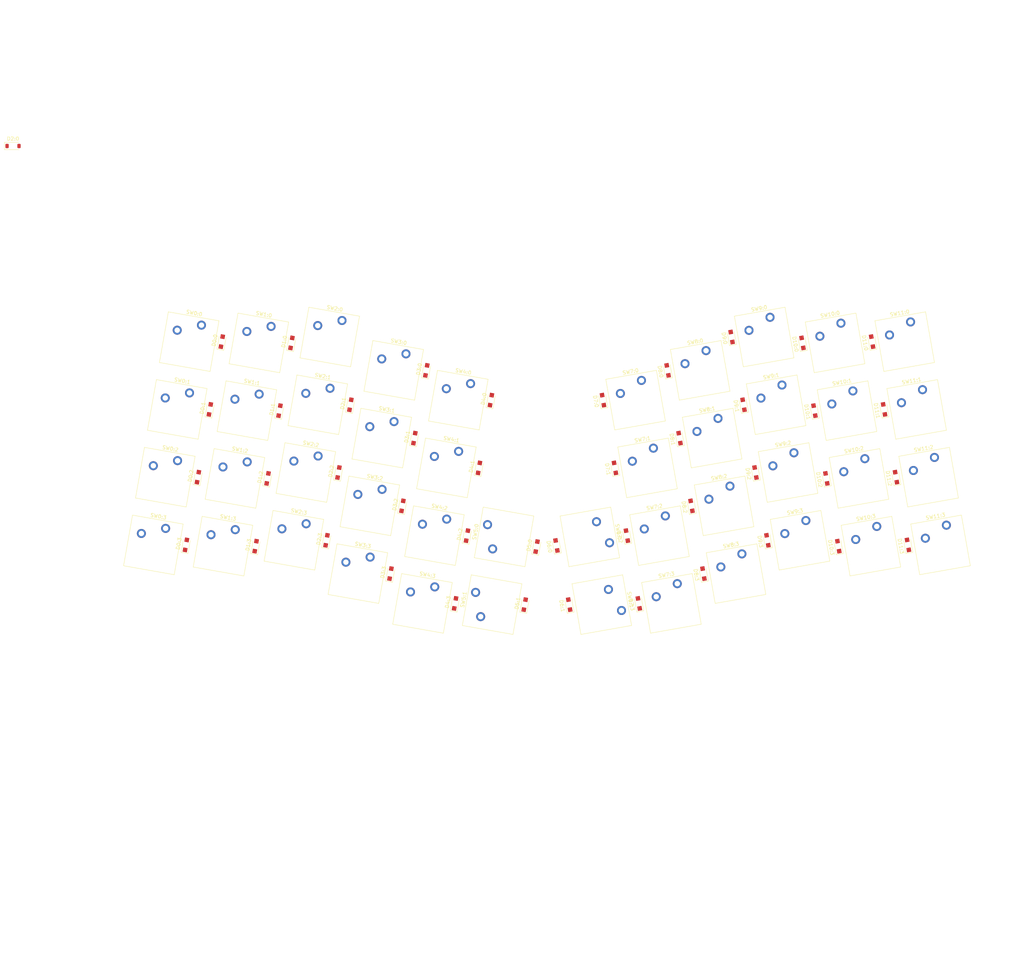
<source format=kicad_pcb>
(kicad_pcb (version 20241229) (generator "pcbnew") (generator_version "9.0")
  (layers (0 "F.Cu" signal) (2 "B.Cu" signal) (13 "F.Paste" user) (15 "B.Paste" user) (5 "F.SilkS" user "F.Silkscreen") (7 "B.SilkS" user "B.Silkscreen") (1 "F.Mask" user) (3 "B.Mask" user) (25 "Edge.Cuts" user))
  (net 0 "")
  (net 1 "Net-(D0:0-K)")
  (net 2 "Net-(D0:0-A)")
  (net 3 "Net-(D0:1-A)")
  (net 4 "Net-(D0:1-K)")
  (net 5 "Net-(D0:2-K)")
  (net 6 "Net-(D0:2-A)")
  (net 7 "Net-(D0:3-K)")
  (net 8 "Net-(D0:3-A)")
  (net 9 "Net-(D1:0-A)")
  (net 10 "Net-(D1:1-A)")
  (net 11 "Net-(D1:2-A)")
  (net 12 "Net-(D1:3-A)")
  (net 13 "Net-(D2:0-A)")
  (net 14 "Net-(D2:1-A)")
  (net 15 "Net-(D2:2-A)")
  (net 16 "Net-(D2:3-A)")
  (net 17 "Net-(D3:0-A)")
  (net 18 "Net-(D3:1-A)")
  (net 19 "Net-(D3:2-A)")
  (net 20 "Net-(D3:3-A)")
  (net 21 "Net-(D4:0-A)")
  (net 22 "Net-(D4:1-A)")
  (net 23 "Net-(D4:2-A)")
  (net 24 "Net-(D4:3-A)")
  (net 25 "Net-(D5:0-A)")
  (net 26 "Net-(D5:1-A)")
  (net 27 "Net-(D6:0-A)")
  (net 28 "Net-(D6:1-A)")
  (net 29 "Net-(D7:0-A)")
  (net 30 "Net-(D7:1-A)")
  (net 31 "Net-(D7:2-A)")
  (net 32 "Net-(D7:3-A)")
  (net 33 "Net-(D8:0-A)")
  (net 34 "Net-(D8:1-A)")
  (net 35 "Net-(D8:2-A)")
  (net 36 "Net-(D8:3-A)")
  (net 37 "Net-(D9:0-A)")
  (net 38 "Net-(D9:1-A)")
  (net 39 "Net-(D9:2-A)")
  (net 40 "Net-(D9:3-A)")
  (net 41 "Net-(D10:0-A)")
  (net 42 "Net-(D10:1-A)")
  (net 43 "Net-(D10:2-A)")
  (net 44 "Net-(D10:3-A)")
  (net 45 "Net-(D11:0-A)")
  (net 46 "Net-(D11:1-A)")
  (net 47 "Net-(D11:2-A)")
  (net 48 "Net-(D11:3-A)")
  (net 49 "Net-(SW0:0-a)")
  (net 50 "Net-(SW1:0-a)")
  (net 51 "Net-(SW2:0-a)")
  (net 52 "Net-(SW3:0-a)")
  (net 53 "Net-(SW4:0-a)")
  (net 54 "Net-(SW5:0-a)")
  (net 55 "Net-(SW7:0-b)")
  (net 56 "Net-(SW8:0-b)")
  (net 57 "Net-(SW9:0-b)")
  (net 58 "Net-(SW10:0-b)")
  (net 59 "Net-(SW11:0-b)")
  (footprint "Diode_SMD:Nexperia_CFP3_SOD-123W" (layer "F.Cu") (at 79.305794 55.559166 80)
    (property "Reference" "D1:0" (at 0 -2 80) (layer "F.SilkS"))
    (property "Value" "~")
    (pad "1" smd rect (at -1.4 0 80) (size 1.2 1.2) (layers "F.Cu" "F.Mask" "F.Paste") (net 1 "Net-(D0:0-K)"))
    (pad "2" smd rect (at 1.4 0 80) (size 1.2 1.2) (layers "F.Cu" "F.Mask" "F.Paste") (net 9 "Net-(D1:0-A)"))
  )
  (footprint "PCM_Switch_Keyboard_Cherry_MX:SW_Cherry_MX_PCB" (layer "F.Cu") (at 255.275324 92.630868 10)
    (property "Reference" "SW11:2" (at 0 -8 10) (layer "F.SilkS"))
    (property "Value" "~")
    (pad "" np_thru_hole circle (at -5.08 0 10) (size 1.75 1.75) (drill 1.75) (layers "*.Cu" "*.Mask"))
    (pad "" np_thru_hole circle (at 0 0 10) (size 4 4) (drill 4) (layers "*.Cu" "*.Mask"))
    (pad "" np_thru_hole circle (at 5.08 0 10) (size 1.75 1.75) (drill 1.75) (layers "*.Cu" "*.Mask"))
    (pad "1" thru_hole circle (at -3.81 -2.54 10) (size 2.5 2.5) (drill 1.5) (layers "*.Cu" "*.Mask") (net 47 "Net-(D11:2-A)"))
    (pad "2" thru_hole circle (at 2.54 -5.08 10) (size 2.5 2.5) (drill 1.5) (layers "*.Cu" "*.Mask") (net 59 "Net-(SW11:0-b)"))
  )
  (footprint "PCM_Switch_Keyboard_Cherry_MX:SW_Cherry_MX_PCB" (layer "F.Cu") (at 165.017903 127.838792 -80)
    (property "Reference" "SW6:1" (at 0 -8 100) (layer "F.SilkS"))
    (property "Value" "~")
    (pad "" np_thru_hole circle (at -5.08 0 280) (size 1.75 1.75) (drill 1.75) (layers "*.Cu" "*.Mask"))
    (pad "" np_thru_hole circle (at 0 0 280) (size 4 4) (drill 4) (layers "*.Cu" "*.Mask"))
    (pad "" np_thru_hole circle (at 5.08 0 280) (size 1.75 1.75) (drill 1.75) (layers "*.Cu" "*.Mask"))
    (pad "1" thru_hole circle (at -3.81 -2.54 280) (size 2.5 2.5) (drill 1.5) (layers "*.Cu" "*.Mask") (net 28 "Net-(D6:1-A)"))
    (pad "2" thru_hole circle (at 2.54 -5.08 280) (size 2.5 2.5) (drill 1.5) (layers "*.Cu" "*.Mask") (net 54 "Net-(SW5:0-a)"))
  )
  (footprint "Diode_SMD:Nexperia_CFP3_SOD-123W" (layer "F.Cu") (at 69.407848 111.693207 80)
    (property "Reference" "D1:3" (at 0 -2 80) (layer "F.SilkS"))
    (property "Value" "~")
    (pad "1" smd rect (at -1.4 0 80) (size 1.2 1.2) (layers "F.Cu" "F.Mask" "F.Paste") (net 7 "Net-(D0:3-K)"))
    (pad "2" smd rect (at 1.4 0 80) (size 1.2 1.2) (layers "F.Cu" "F.Mask" "F.Paste") (net 12 "Net-(D1:3-A)"))
  )
  (footprint "Diode_SMD:Nexperia_CFP3_SOD-123W" (layer "F.Cu") (at 56.774187 73.925621 80)
    (property "Reference" "D0:1" (at 0 -2 80) (layer "F.SilkS"))
    (property "Value" "~")
    (pad "1" smd rect (at -1.4 0 80) (size 1.2 1.2) (layers "F.Cu" "F.Mask" "F.Paste") (net 4 "Net-(D0:1-K)"))
    (pad "2" smd rect (at 1.4 0 80) (size 1.2 1.2) (layers "F.Cu" "F.Mask" "F.Paste") (net 3 "Net-(D0:1-A)"))
  )
  (footprint "Diode_SMD:Nexperia_CFP3_SOD-123W" (layer "F.Cu") (at 143.732292 127.844892 80)
    (property "Reference" "D5:1" (at 0 -2 80) (layer "F.SilkS"))
    (property "Value" "~")
    (pad "1" smd rect (at -1.4 0 80) (size 1.2 1.2) (layers "F.Cu" "F.Mask" "F.Paste") (net 7 "Net-(D0:3-K)"))
    (pad "2" smd rect (at 1.4 0 80) (size 1.2 1.2) (layers "F.Cu" "F.Mask" "F.Paste") (net 26 "Net-(D5:1-A)"))
  )
  (footprint "Diode_SMD:Nexperia_CFP3_SOD-123W" (layer "F.Cu") (at 186.49467 81.847851 100)
    (property "Reference" "D8:1" (at 0 -2 100) (layer "F.SilkS"))
    (property "Value" "~")
    (pad "1" smd rect (at -1.4 0 100) (size 1.2 1.2) (layers "F.Cu" "F.Mask" "F.Paste") (net 4 "Net-(D0:1-K)"))
    (pad "2" smd rect (at 1.4 0 100) (size 1.2 1.2) (layers "F.Cu" "F.Mask" "F.Paste") (net 34 "Net-(D8:1-A)"))
  )
  (footprint "PCM_Switch_Keyboard_Cherry_MX:SW_Cherry_MX_PCB" (layer "F.Cu") (at 180.950879 108.782553 10)
    (property "Reference" "SW7:2" (at 0 -8 10) (layer "F.SilkS"))
    (property "Value" "~")
    (pad "" np_thru_hole circle (at -5.08 0 10) (size 1.75 1.75) (drill 1.75) (layers "*.Cu" "*.Mask"))
    (pad "" np_thru_hole circle (at 0 0 10) (size 4 4) (drill 4) (layers "*.Cu" "*.Mask"))
    (pad "" np_thru_hole circle (at 5.08 0 10) (size 1.75 1.75) (drill 1.75) (layers "*.Cu" "*.Mask"))
    (pad "1" thru_hole circle (at -3.81 -2.54 10) (size 2.5 2.5) (drill 1.5) (layers "*.Cu" "*.Mask") (net 31 "Net-(D7:2-A)"))
    (pad "2" thru_hole circle (at 2.54 -5.08 10) (size 2.5 2.5) (drill 1.5) (layers "*.Cu" "*.Mask") (net 55 "Net-(SW7:0-b)"))
  )
  (footprint "PCM_Switch_Keyboard_Cherry_MX:SW_Cherry_MX_PCB" (layer "F.Cu") (at 47.774187 73.925621 -10)
    (property "Reference" "SW0:1" (at 0 -8 350) (layer "F.SilkS"))
    (property "Value" "~")
    (pad "" np_thru_hole circle (at -5.08 0 350) (size 1.75 1.75) (drill 1.75) (layers "*.Cu" "*.Mask"))
    (pad "" np_thru_hole circle (at 0 0 350) (size 4 4) (drill 4) (layers "*.Cu" "*.Mask"))
    (pad "" np_thru_hole circle (at 5.08 0 350) (size 1.75 1.75) (drill 1.75) (layers "*.Cu" "*.Mask"))
    (pad "1" thru_hole circle (at -3.81 -2.54 350) (size 2.5 2.5) (drill 1.5) (layers "*.Cu" "*.Mask") (net 49 "Net-(SW0:0-a)"))
    (pad "2" thru_hole circle (at 2.54 -5.08 350) (size 2.5 2.5) (drill 1.5) (layers "*.Cu" "*.Mask") (net 3 "Net-(D0:1-A)"))
  )
  (footprint "Diode_SMD:Nexperia_CFP3_SOD-123W" (layer "F.Cu") (at 76.006478 74.270513 80)
    (property "Reference" "D1:1" (at 0 -2 80) (layer "F.SilkS"))
    (property "Value" "~")
    (pad "1" smd rect (at -1.4 0 80) (size 1.2 1.2) (layers "F.Cu" "F.Mask" "F.Paste") (net 4 "Net-(D0:1-K)"))
    (pad "2" smd rect (at 1.4 0 80) (size 1.2 1.2) (layers "F.Cu" "F.Mask" "F.Paste") (net 10 "Net-(D1:1-A)"))
  )
  (footprint "PCM_Switch_Keyboard_Cherry_MX:SW_Cherry_MX_PCB" (layer "F.Cu") (at 232.743717 74.264413 10)
    (property "Reference" "SW10:1" (at 0 -8 10) (layer "F.SilkS"))
    (property "Value" "~")
    (pad "" np_thru_hole circle (at -5.08 0 10) (size 1.75 1.75) (drill 1.75) (layers "*.Cu" "*.Mask"))
    (pad "" np_thru_hole circle (at 0 0 10) (size 4 4) (drill 4) (layers "*.Cu" "*.Mask"))
    (pad "" np_thru_hole circle (at 5.08 0 10) (size 1.75 1.75) (drill 1.75) (layers "*.Cu" "*.Mask"))
    (pad "1" thru_hole circle (at -3.81 -2.54 10) (size 2.5 2.5) (drill 1.5) (layers "*.Cu" "*.Mask") (net 42 "Net-(D10:1-A)"))
    (pad "2" thru_hole circle (at 2.54 -5.08 10) (size 2.5 2.5) (drill 1.5) (layers "*.Cu" "*.Mask") (net 58 "Net-(SW10:0-b)"))
  )
  (footprint "Diode_SMD:Nexperia_CFP3_SOD-123W" (layer "F.Cu") (at 60.073502 55.214273 80)
    (property "Reference" "D0:0" (at 0 -2 80) (layer "F.SilkS"))
    (property "Value" "~")
    (pad "1" smd rect (at -1.4 0 80) (size 1.2 1.2) (layers "F.Cu" "F.Mask" "F.Paste") (net 1 "Net-(D0:0-K)"))
    (pad "2" smd rect (at 1.4 0 80) (size 1.2 1.2) (layers "F.Cu" "F.Mask" "F.Paste") (net 2 "Net-(D0:0-A)"))
  )
  (footprint "PCM_Switch_Keyboard_Cherry_MX:SW_Cherry_MX_PCB" (layer "F.Cu") (at 44.474871 92.636968 -10)
    (property "Reference" "SW0:2" (at 0 -8 350) (layer "F.SilkS"))
    (property "Value" "~")
    (pad "" np_thru_hole circle (at -5.08 0 350) (size 1.75 1.75) (drill 1.75) (layers "*.Cu" "*.Mask"))
    (pad "" np_thru_hole circle (at 0 0 350) (size 4 4) (drill 4) (layers "*.Cu" "*.Mask"))
    (pad "" np_thru_hole circle (at 5.08 0 350) (size 1.75 1.75) (drill 1.75) (layers "*.Cu" "*.Mask"))
    (pad "1" thru_hole circle (at -3.81 -2.54 350) (size 2.5 2.5) (drill 1.5) (layers "*.Cu" "*.Mask") (net 49 "Net-(SW0:0-a)"))
    (pad "2" thru_hole circle (at 2.54 -5.08 350) (size 2.5 2.5) (drill 1.5) (layers "*.Cu" "*.Mask") (net 6 "Net-(D0:2-A)"))
  )
  (footprint "Diode_SMD:Nexperia_CFP3_SOD-123W" (layer "F.Cu") (at 246.275324 92.630868 100)
    (property "Reference" "D11:2" (at 0 -2 100) (layer "F.SilkS"))
    (property "Value" "~")
    (pad "1" smd rect (at -1.4 0 100) (size 1.2 1.2) (layers "F.Cu" "F.Mask" "F.Paste") (net 5 "Net-(D0:2-K)"))
    (pad "2" smd rect (at 1.4 0 100) (size 1.2 1.2) (layers "F.Cu" "F.Mask" "F.Paste") (net 47 "Net-(D11:2-A)"))
  )
  (footprint "PCM_Switch_Keyboard_Cherry_MX:SW_Cherry_MX_PCB" (layer "F.Cu") (at 258.574639 111.342215 10)
    (property "Reference" "SW11:3" (at 0 -8 10) (layer "F.SilkS"))
    (property "Value" "~")
    (pad "" np_thru_hole circle (at -5.08 0 10) (size 1.75 1.75) (drill 1.75) (layers "*.Cu" "*.Mask"))
    (pad "" np_thru_hole circle (at 0 0 10) (size 4 4) (drill 4) (layers "*.Cu" "*.Mask"))
    (pad "" np_thru_hole circle (at 5.08 0 10) (size 1.75 1.75) (drill 1.75) (layers "*.Cu" "*.Mask"))
    (pad "1" thru_hole circle (at -3.81 -2.54 10) (size 2.5 2.5) (drill 1.5) (layers "*.Cu" "*.Mask") (net 48 "Net-(D11:3-A)"))
    (pad "2" thru_hole circle (at 2.54 -5.08 10) (size 2.5 2.5) (drill 1.5) (layers "*.Cu" "*.Mask") (net 59 "Net-(SW11:0-b)"))
  )
  (footprint "Diode_SMD:Nexperia_CFP3_SOD-123W" (layer "F.Cu") (at 193.093301 119.270546 100)
    (property "Reference" "D8:3" (at 0 -2 100) (layer "F.SilkS"))
    (property "Value" "~")
    (pad "1" smd rect (at -1.4 0 100) (size 1.2 1.2) (layers "F.Cu" "F.Mask" "F.Paste") (net 7 "Net-(D0:3-K)"))
    (pad "2" smd rect (at 1.4 0 100) (size 1.2 1.2) (layers "F.Cu" "F.Mask" "F.Paste") (net 36 "Net-(D8:3-A)"))
  )
  (footprint "PCM_Switch_Keyboard_Cherry_MX:SW_Cherry_MX_PCB" (layer "F.Cu") (at 192.195355 63.136504 10)
    (property "Reference" "SW8:0" (at 0 -8 10) (layer "F.SilkS"))
    (property "Value" "~")
    (pad "" np_thru_hole circle (at -5.08 0 10) (size 1.75 1.75) (drill 1.75) (layers "*.Cu" "*.Mask"))
    (pad "" np_thru_hole circle (at 0 0 10) (size 4 4) (drill 4) (layers "*.Cu" "*.Mask"))
    (pad "" np_thru_hole circle (at 5.08 0 10) (size 1.75 1.75) (drill 1.75) (layers "*.Cu" "*.Mask"))
    (pad "1" thru_hole circle (at -3.81 -2.54 10) (size 2.5 2.5) (drill 1.5) (layers "*.Cu" "*.Mask") (net 33 "Net-(D8:0-A)"))
    (pad "2" thru_hole circle (at 2.54 -5.08 10) (size 2.5 2.5) (drill 1.5) (layers "*.Cu" "*.Mask") (net 56 "Net-(SW8:0-b)"))
  )
  (footprint "Diode_SMD:Nexperia_CFP3_SOD-123W" (layer "F.Cu") (at 165.352248 71.359858 100)
    (property "Reference" "D7:0" (at 0 -2 100) (layer "F.SilkS"))
    (property "Value" "~")
    (pad "1" smd rect (at -1.4 0 100) (size 1.2 1.2) (layers "F.Cu" "F.Mask" "F.Paste") (net 1 "Net-(D0:0-K)"))
    (pad "2" smd rect (at 1.4 0 100) (size 1.2 1.2) (layers "F.Cu" "F.Mask" "F.Paste") (net 29 "Net-(D7:0-A)"))
  )
  (footprint "PCM_Switch_Keyboard_Cherry_MX:SW_Cherry_MX_PCB" (layer "F.Cu") (at 213.164128 72.63969 10)
    (property "Reference" "SW9:1" (at 0 -8 10) (layer "F.SilkS"))
    (property "Value" "~")
    (pad "" np_thru_hole circle (at -5.08 0 10) (size 1.75 1.75) (drill 1.75) (layers "*.Cu" "*.Mask"))
    (pad "" np_thru_hole circle (at 0 0 10) (size 4 4) (drill 4) (layers "*.Cu" "*.Mask"))
    (pad "" np_thru_hole circle (at 5.08 0 10) (size 1.75 1.75) (drill 1.75) (layers "*.Cu" "*.Mask"))
    (pad "1" thru_hole circle (at -3.81 -2.54 10) (size 2.5 2.5) (drill 1.5) (layers "*.Cu" "*.Mask") (net 38 "Net-(D9:1-A)"))
    (pad "2" thru_hole circle (at 2.54 -5.08 10) (size 2.5 2.5) (drill 1.5) (layers "*.Cu" "*.Mask") (net 57 "Net-(SW9:0-b)"))
  )
  (footprint "Diode_SMD:Nexperia_CFP3_SOD-123W" (layer "F.Cu") (at 200.864813 53.928342 100)
    (property "Reference" "D9:0" (at 0 -2 100) (layer "F.SilkS"))
    (property "Value" "~")
    (pad "1" smd rect (at -1.4 0 100) (size 1.2 1.2) (layers "F.Cu" "F.Mask" "F.Paste") (net 1 "Net-(D0:0-K)"))
    (pad "2" smd rect (at 1.4 0 100) (size 1.2 1.2) (layers "F.Cu" "F.Mask" "F.Paste") (net 37 "Net-(D9:0-A)"))
  )
  (footprint "Diode_SMD:Nexperia_CFP3_SOD-123W" (layer "F.Cu") (at 249.574639 111.342215 100)
    (property "Reference" "D11:3" (at 0 -2 100) (layer "F.SilkS"))
    (property "Value" "~")
    (pad "1" smd rect (at -1.4 0 100) (size 1.2 1.2) (layers "F.Cu" "F.Mask" "F.Paste") (net 7 "Net-(D0:3-K)"))
    (pad "2" smd rect (at 1.4 0 100) (size 1.2 1.2) (layers "F.Cu" "F.Mask" "F.Paste") (net 48 "Net-(D11:3-A)"))
  )
  (footprint "PCM_Switch_Keyboard_Cherry_MX:SW_Cherry_MX_PCB" (layer "F.Cu") (at 89.885382 53.934442 -10)
    (property "Reference" "SW2:0" (at 0 -8 350) (layer "F.SilkS"))
    (property "Value" "~")
    (pad "" np_thru_hole circle (at -5.08 0 350) (size 1.75 1.75) (drill 1.75) (layers "*.Cu" "*.Mask"))
    (pad "" np_thru_hole circle (at 0 0 350) (size 4 4) (drill 4) (layers "*.Cu" "*.Mask"))
    (pad "" np_thru_hole circle (at 5.08 0 350) (size 1.75 1.75) (drill 1.75) (layers "*.Cu" "*.Mask"))
    (pad "1" thru_hole circle (at -3.81 -2.54 350) (size 2.5 2.5) (drill 1.5) (layers "*.Cu" "*.Mask") (net 51 "Net-(SW2:0-a)"))
    (pad "2" thru_hole circle (at 2.54 -5.08 350) (size 2.5 2.5) (drill 1.5) (layers "*.Cu" "*.Mask") (net 13 "Net-(D2:0-A)"))
  )
  (footprint "Diode_SMD:Nexperia_CFP3_SOD-123W" (layer "F.Cu") (at 175.250195 127.4939 100)
    (property "Reference" "D7:3" (at 0 -2 100) (layer "F.SilkS"))
    (property "Value" "~")
    (pad "1" smd rect (at -1.4 0 100) (size 1.2 1.2) (layers "F.Cu" "F.Mask" "F.Paste") (net 7 "Net-(D0:3-K)"))
    (pad "2" smd rect (at 1.4 0 100) (size 1.2 1.2) (layers "F.Cu" "F.Mask" "F.Paste") (net 32 "Net-(D7:3-A)"))
  )
  (footprint "PCM_Switch_Keyboard_Cherry_MX:SW_Cherry_MX_PCB" (layer "F.Cu") (at 51.073502 55.214273 -10)
    (property "Reference" "SW0:0" (at 0 -8 350) (layer "F.SilkS"))
    (property "Value" "~")
    (pad "" np_thru_hole circle (at -5.08 0 350) (size 1.75 1.75) (drill 1.75) (layers "*.Cu" "*.Mask"))
    (pad "" np_thru_hole circle (at 0 0 350) (size 4 4) (drill 4) (layers "*.Cu" "*.Mask"))
    (pad "" np_thru_hole circle (at 5.08 0 350) (size 1.75 1.75) (drill 1.75) (layers "*.Cu" "*.Mask"))
    (pad "1" thru_hole circle (at -3.81 -2.54 350) (size 2.5 2.5) (drill 1.5) (layers "*.Cu" "*.Mask") (net 49 "Net-(SW0:0-a)"))
    (pad "2" thru_hole circle (at 2.54 -5.08 350) (size 2.5 2.5) (drill 1.5) (layers "*.Cu" "*.Mask") (net 2 "Net-(D0:0-A)"))
  )
  (footprint "Diode_SMD:Nexperia_CFP3_SOD-123W" (layer "F.Cu") (at 147 111.813482 80)
    (property "Reference" "D5:0" (at 0 -2 80) (layer "F.SilkS"))
    (property "Value" "~")
    (pad "1" smd rect (at -1.4 0 80) (size 1.2 1.2) (layers "F.Cu" "F.Mask" "F.Paste") (net 5 "Net-(D0:2-K)"))
    (pad "2" smd rect (at 1.4 0 80) (size 1.2 1.2) (layers "F.Cu" "F.Mask" "F.Paste") (net 25 "Net-(D5:0-A)"))
  )
  (footprint "PCM_Switch_Keyboard_Cherry_MX:SW_Cherry_MX_PCB" (layer "F.Cu") (at 86.586067 72.645789 -10)
    (property "Reference" "SW2:1" (at 0 -8 350) (layer "F.SilkS"))
    (property "Value" "~")
    (pad "" np_thru_hole circle (at -5.08 0 350) (size 1.75 1.75) (drill 1.75) (layers "*.Cu" "*.Mask"))
    (pad "" np_thru_hole circle (at 0 0 350) (size 4 4) (drill 4) (layers "*.Cu" "*.Mask"))
    (pad "" np_thru_hole circle (at 5.08 0 350) (size 1.75 1.75) (drill 1.75) (layers "*.Cu" "*.Mask"))
    (pad "1" thru_hole circle (at -3.81 -2.54 350) (size 2.5 2.5) (drill 1.5) (layers "*.Cu" "*.Mask") (net 51 "Net-(SW2:0-a)"))
    (pad "2" thru_hole circle (at 2.54 -5.08 350) (size 2.5 2.5) (drill 1.5) (layers "*.Cu" "*.Mask") (net 14 "Net-(D2:1-A)"))
  )
  (footprint "Diode_SMD:Nexperia_CFP3_SOD-123W" (layer "F.Cu") (at 220.444401 55.553066 100)
    (property "Reference" "D10:0" (at 0 -2 100) (layer "F.SilkS"))
    (property "Value" "~")
    (pad "1" smd rect (at -1.4 0 100) (size 1.2 1.2) (layers "F.Cu" "F.Mask" "F.Paste") (net 1 "Net-(D0:0-K)"))
    (pad "2" smd rect (at 1.4 0 100) (size 1.2 1.2) (layers "F.Cu" "F.Mask" "F.Paste") (net 41 "Net-(D10:0-A)"))
  )
  (footprint "Diode_SMD:Nexperia_CFP3_SOD-123W" (layer "F.Cu") (at 171.950879 108.782553 100)
    (property "Reference" "D7:2" (at 0 -2 100) (layer "F.SilkS"))
    (property "Value" "~")
    (pad "1" smd rect (at -1.4 0 100) (size 1.2 1.2) (layers "F.Cu" "F.Mask" "F.Paste") (net 5 "Net-(D0:2-K)"))
    (pad "2" smd rect (at 1.4 0 100) (size 1.2 1.2) (layers "F.Cu" "F.Mask" "F.Paste") (net 31 "Net-(D7:2-A)"))
  )
  (footprint "PCM_Switch_Keyboard_Cherry_MX:SW_Cherry_MX_PCB" (layer "F.Cu") (at 104.255525 81.853951 -10)
    (property "Reference" "SW3:1" (at 0 -8 350) (layer "F.SilkS"))
    (property "Value" "~")
    (pad "" np_thru_hole circle (at -5.08 0 350) (size 1.75 1.75) (drill 1.75) (layers "*.Cu" "*.Mask"))
    (pad "" np_thru_hole circle (at 0 0 350) (size 4 4) (drill 4) (layers "*.Cu" "*.Mask"))
    (pad "" np_thru_hole circle (at 5.08 0 350) (size 1.75 1.75) (drill 1.75) (layers "*.Cu" "*.Mask"))
    (pad "1" thru_hole circle (at -3.81 -2.54 350) (size 2.5 2.5) (drill 1.5) (layers "*.Cu" "*.Mask") (net 52 "Net-(SW3:0-a)"))
    (pad "2" thru_hole circle (at 2.54 -5.08 350) (size 2.5 2.5) (drill 1.5) (layers "*.Cu" "*.Mask") (net 18 "Net-(D3:1-A)"))
  )
  (footprint "PCM_Switch_Keyboard_Cherry_MX:SW_Cherry_MX_PCB" (layer "F.Cu") (at 202.093301 119.270546 10)
    (property "Reference" "SW8:3" (at 0 -8 10) (layer "F.SilkS"))
    (property "Value" "~")
    (pad "" np_thru_hole circle (at -5.08 0 10) (size 1.75 1.75) (drill 1.75) (layers "*.Cu" "*.Mask"))
    (pad "" np_thru_hole circle (at 0 0 10) (size 4 4) (drill 4) (layers "*.Cu" "*.Mask"))
    (pad "" np_thru_hole circle (at 5.08 0 10) (size 1.75 1.75) (drill 1.75) (layers "*.Cu" "*.Mask"))
    (pad "1" thru_hole circle (at -3.81 -2.54 10) (size 2.5 2.5) (drill 1.5) (layers "*.Cu" "*.Mask") (net 36 "Net-(D8:3-A)"))
    (pad "2" thru_hole circle (at 2.54 -5.08 10) (size 2.5 2.5) (drill 1.5) (layers "*.Cu" "*.Mask") (net 56 "Net-(SW8:0-b)"))
  )
  (footprint "PCM_Switch_Keyboard_Cherry_MX:SW_Cherry_MX_PCB" (layer "F.Cu") (at 118.799316 108.788653 -10)
    (property "Reference" "SW4:2" (at 0 -8 350) (layer "F.SilkS"))
    (property "Value" "~")
    (pad "" np_thru_hole circle (at -5.08 0 350) (size 1.75 1.75) (drill 1.75) (layers "*.Cu" "*.Mask"))
    (pad "" np_thru_hole circle (at 0 0 350) (size 4 4) (drill 4) (layers "*.Cu" "*.Mask"))
    (pad "" np_thru_hole circle (at 5.08 0 350) (size 1.75 1.75) (drill 1.75) (layers "*.Cu" "*.Mask"))
    (pad "1" thru_hole circle (at -3.81 -2.54 350) (size 2.5 2.5) (drill 1.5) (layers "*.Cu" "*.Mask") (net 53 "Net-(SW4:0-a)"))
    (pad "2" thru_hole circle (at 2.54 -5.08 350) (size 2.5 2.5) (drill 1.5) (layers "*.Cu" "*.Mask") (net 23 "Net-(D4:2-A)"))
  )
  (footprint "Diode_SMD:Nexperia_CFP3_SOD-123W" (layer "F.Cu") (at 124.5 127.5 80)
    (property "Reference" "D4:3" (at 0 -2 80) (layer "F.SilkS"))
    (property "Value" "~")
    (pad "1" smd rect (at -1.4 0 80) (size 1.2 1.2) (layers "F.Cu" "F.Mask" "F.Paste") (net 7 "Net-(D0:3-K)"))
    (pad "2" smd rect (at 1.4 0 80) (size 1.2 1.2) (layers "F.Cu" "F.Mask" "F.Paste") (net 24 "Net-(D4:3-A)"))
  )
  (footprint "PCM_Switch_Keyboard_Cherry_MX:SW_Cherry_MX_PCB" (layer "F.Cu") (at 60.407848 111.693207 -10)
    (property "Reference" "SW1:3" (at 0 -8 350) (layer "F.SilkS"))
    (property "Value" "~")
    (pad "" np_thru_hole circle (at -5.08 0 350) (size 1.75 1.75) (drill 1.75) (layers "*.Cu" "*.Mask"))
    (pad "" np_thru_hole circle (at 0 0 350) (size 4 4) (drill 4) (layers "*.Cu" "*.Mask"))
    (pad "" np_thru_hole circle (at 5.08 0 350) (size 1.75 1.75) (drill 1.75) (layers "*.Cu" "*.Mask"))
    (pad "1" thru_hole circle (at -3.81 -2.54 350) (size 2.5 2.5) (drill 1.5) (layers "*.Cu" "*.Mask") (net 50 "Net-(SW1:0-a)"))
    (pad "2" thru_hole circle (at 2.54 -5.08 350) (size 2.5 2.5) (drill 1.5) (layers "*.Cu" "*.Mask") (net 12 "Net-(D1:3-A)"))
  )
  (footprint "PCM_Switch_Keyboard_Cherry_MX:SW_Cherry_MX_PCB" (layer "F.Cu") (at 63.707163 92.98186 -10)
    (property "Reference" "SW1:2" (at 0 -8 350) (layer "F.SilkS"))
    (property "Value" "~")
    (pad "" np_thru_hole circle (at -5.08 0 350) (size 1.75 1.75) (drill 1.75) (layers "*.Cu" "*.Mask"))
    (pad "" np_thru_hole circle (at 0 0 350) (size 4 4) (drill 4) (layers "*.Cu" "*.Mask"))
    (pad "" np_thru_hole circle (at 5.08 0 350) (size 1.75 1.75) (drill 1.75) (layers "*.Cu" "*.Mask"))
    (pad "1" thru_hole circle (at -3.81 -2.54 350) (size 2.5 2.5) (drill 1.5) (layers "*.Cu" "*.Mask") (net 50 "Net-(SW1:0-a)"))
    (pad "2" thru_hole circle (at 2.54 -5.08 350) (size 2.5 2.5) (drill 1.5) (layers "*.Cu" "*.Mask") (net 11 "Net-(D1:2-A)"))
  )
  (footprint "Diode_SMD:Nexperia_CFP3_SOD-123W" (layer "F.Cu") (at 88.987436 110.068484 80)
    (property "Reference" "D2:3" (at 0 -2 80) (layer "F.SilkS"))
    (property "Value" "~")
    (pad "1" smd rect (at -1.4 0 80) (size 1.2 1.2) (layers "F.Cu" "F.Mask" "F.Paste") (net 7 "Net-(D0:3-K)"))
    (pad "2" smd rect (at 1.4 0 80) (size 1.2 1.2) (layers "F.Cu" "F.Mask" "F.Paste") (net 16 "Net-(D2:3-A)"))
  )
  (footprint "Diode_SMD:Nexperia_CFP3_SOD-123W" (layer "F.Cu") (at 227.043032 92.97576 100)
    (property "Reference" "D10:2" (at 0 -2 100) (layer "F.SilkS"))
    (property "Value" "~")
    (pad "1" smd rect (at -1.4 0 100) (size 1.2 1.2) (layers "F.Cu" "F.Mask" "F.Paste") (net 5 "Net-(D0:2-K)"))
    (pad "2" smd rect (at 1.4 0 100) (size 1.2 1.2) (layers "F.Cu" "F.Mask" "F.Paste") (net 43 "Net-(D10:2-A)"))
  )
  (footprint "Diode_SMD:Nexperia_CFP3_SOD-123W" (layer "F.Cu") (at 204.164128 72.63969 100)
    (property "Reference" "D9:1" (at 0 -2 100) (layer "F.SilkS"))
    (property "Value" "~")
    (pad "1" smd rect (at -1.4 0 100) (size 1.2 1.2) (layers "F.Cu" "F.Mask" "F.Paste") (net 4 "Net-(D0:1-K)"))
    (pad "2" smd rect (at 1.4 0 100) (size 1.2 1.2) (layers "F.Cu" "F.Mask" "F.Paste") (net 38 "Net-(D9:1-A)"))
  )
  (footprint "PCM_Switch_Keyboard_Cherry_MX:SW_Cherry_MX_PCB" (layer "F.Cu") (at 70.305794 55.559166 -10)
    (property "Reference" "SW1:0" (at 0 -8 350) (layer "F.SilkS"))
    (property "Value" "~")
    (pad "" np_thru_hole circle (at -5.08 0 350) (size 1.75 1.75) (drill 1.75) (layers "*.Cu" "*.Mask"))
    (pad "" np_thru_hole circle (at 0 0 350) (size 4 4) (drill 4) (layers "*.Cu" "*.Mask"))
    (pad "" np_thru_hole circle (at 5.08 0 350) (size 1.75 1.75) (drill 1.75) (layers "*.Cu" "*.Mask"))
    (pad "1" thru_hole circle (at -3.81 -2.54 350) (size 2.5 2.5) (drill 1.5) (layers "*.Cu" "*.Mask") (net 50 "Net-(SW1:0-a)"))
    (pad "2" thru_hole circle (at 2.54 -5.08 350) (size 2.5 2.5) (drill 1.5) (layers "*.Cu" "*.Mask") (net 9 "Net-(D1:0-A)"))
  )
  (footprint "PCM_Switch_Keyboard_Cherry_MX:SW_Cherry_MX_PCB" (layer "F.Cu") (at 229.444401 55.553066 10)
    (property "Reference" "SW10:0" (at 0 -8 10) (layer "F.SilkS"))
    (property "Value" "~")
    (pad "" np_thru_hole circle (at -5.08 0 10) (size 1.75 1.75) (drill 1.75) (layers "*.Cu" "*.Mask"))
    (pad "" np_thru_hole circle (at 0 0 10) (size 4 4) (drill 4) (layers "*.Cu" "*.Mask"))
    (pad "" np_thru_hole circle (at 5.08 0 10) (size 1.75 1.75) (drill 1.75) (layers "*.Cu" "*.Mask"))
    (pad "1" thru_hole circle (at -3.81 -2.54 10) (size 2.5 2.5) (drill 1.5) (layers "*.Cu" "*.Mask") (net 41 "Net-(D10:0-A)"))
    (pad "2" thru_hole circle (at 2.54 -5.08 10) (size 2.5 2.5) (drill 1.5) (layers "*.Cu" "*.Mask") (net 58 "Net-(SW10:0-b)"))
  )
  (footprint "Diode_SMD:Nexperia_CFP3_SOD-123W" (layer "F.Cu") (at 106.656894 119.276646 80)
    (property "Reference" "D3:3" (at 0 -2 80) (layer "F.SilkS"))
    (property "Value" "~")
    (pad "1" smd rect (at -1.4 0 80) (size 1.2 1.2) (layers "F.Cu" "F.Mask" "F.Paste") (net 7 "Net-(D0:3-K)"))
    (pad "2" smd rect (at 1.4 0 80) (size 1.2 1.2) (layers "F.Cu" "F.Mask" "F.Paste") (net 20 "Net-(D3:3-A)"))
  )
  (footprint "PCM_Switch_Keyboard_Cherry_MX:SW_Cherry_MX_PCB" (layer "F.Cu") (at 134.732292 127.844892 80)
    (property "Reference" "SW5:1" (at 0 -8 80) (layer "F.SilkS"))
    (property "Value" "~")
    (pad "" np_thru_hole circle (at -5.08 0 80) (size 1.75 1.75) (drill 1.75) (layers "*.Cu" "*.Mask"))
    (pad "" np_thru_hole circle (at 0 0 80) (size 4 4) (drill 4) (layers "*.Cu" "*.Mask"))
    (pad "" np_thru_hole circle (at 5.08 0 80) (size 1.75 1.75) (drill 1.75) (layers "*.Cu" "*.Mask"))
    (pad "1" thru_hole circle (at -3.81 -2.54 80) (size 2.5 2.5) (drill 1.5) (layers "*.Cu" "*.Mask") (net 54 "Net-(SW5:0-a)"))
    (pad "2" thru_hole circle (at 2.54 -5.08 80) (size 2.5 2.5) (drill 1.5) (layers "*.Cu" "*.Mask") (net 26 "Net-(D5:1-A)"))
  )
  (footprint "Diode_SMD:Nexperia_CFP3_SOD-123W" (layer "F.Cu") (at 242.976008 73.919521 100)
    (property "Reference" "D11:1" (at 0 -2 100) (layer "F.SilkS"))
    (property "Value" "~")
    (pad "1" smd rect (at -1.4 0 100) (size 1.2 1.2) (layers "F.Cu" "F.Mask" "F.Paste") (net 4 "Net-(D0:1-K)"))
    (pad "2" smd rect (at 1.4 0 100) (size 1.2 1.2) (layers "F.Cu" "F.Mask" "F.Paste") (net 46 "Net-(D11:1-A)"))
  )
  (footprint "Diode_SMD:Nexperia_CFP3_SOD-123W" (layer "F.Cu") (at 50.175556 111.348315 80)
    (property "Reference" "D0:3" (at 0 -2 80) (layer "F.SilkS"))
    (property "Value" "~")
    (pad "1" smd rect (at -1.4 0 80) (size 1.2 1.2) (layers "F.Cu" "F.Mask" "F.Paste") (net 7 "Net-(D0:3-K)"))
    (pad "2" smd rect (at 1.4 0 80) (size 1.2 1.2) (layers "F.Cu" "F.Mask" "F.Paste") (net 8 "Net-(D0:3-A)"))
  )
  (footprint "Diode_SMD:Nexperia_CFP3_SOD-123W" (layer "F.Cu") (at 72.707163 92.98186 80)
    (property "Reference" "D1:2" (at 0 -2 80) (layer "F.SilkS"))
    (property "Value" "~")
    (pad "1" smd rect (at -1.4 0 80) (size 1.2 1.2) (layers "F.Cu" "F.Mask" "F.Paste") (net 5 "Net-(D0:2-K)"))
    (pad "2" smd rect (at 1.4 0 80) (size 1.2 1.2) (layers "F.Cu" "F.Mask" "F.Paste") (net 11 "Net-(D1:2-A)"))
  )
  (footprint "PCM_Switch_Keyboard_Cherry_MX:SW_Cherry_MX_PCB" (layer "F.Cu") (at 251.976008 73.919521 10)
    (property "Reference" "SW11:1" (at 0 -8 10) (layer "F.SilkS"))
    (property "Value" "~")
    (pad "" np_thru_hole circle (at -5.08 0 10) (size 1.75 1.75) (drill 1.75) (layers "*.Cu" "*.Mask"))
    (pad "" np_thru_hole circle (at 0 0 10) (size 4 4) (drill 4) (layers "*.Cu" "*.Mask"))
    (pad "" np_thru_hole circle (at 5.08 0 10) (size 1.75 1.75) (drill 1.75) (layers "*.Cu" "*.Mask"))
    (pad "1" thru_hole circle (at -3.81 -2.54 10) (size 2.5 2.5) (drill 1.5) (layers "*.Cu" "*.Mask") (net 46 "Net-(D11:1-A)"))
    (pad "2" thru_hole circle (at 2.54 -5.08 10) (size 2.5 2.5) (drill 1.5) (layers "*.Cu" "*.Mask") (net 59 "Net-(SW11:0-b)"))
  )
  (footprint "PCM_Switch_Keyboard_Cherry_MX:SW_Cherry_MX_PCB" (layer "F.Cu") (at 125.397947 71.365958 -10)
    (property "Reference" "SW4:0" (at 0 -8 350) (layer "F.SilkS"))
    (property "Value" "~")
    (pad "" np_thru_hole circle (at -5.08 0 350) (size 1.75 1.75) (drill 1.75) (layers "*.Cu" "*.Mask"))
    (pad "" np_thru_hole circle (at 0 0 350) (size 4 4) (drill 4) (layers "*.Cu" "*.Mask"))
    (pad "" np_thru_hole circle (at 5.08 0 350) (size 1.75 1.75) (drill 1.75) (layers "*.Cu" "*.Mask"))
    (pad "1" thru_hole circle (at -3.81 -2.54 350) (size 2.5 2.5) (drill 1.5) (layers "*.Cu" "*.Mask") (net 53 "Net-(SW4:0-a)"))
    (pad "2" thru_hole circle (at 2.54 -5.08 350) (size 2.5 2.5) (drill 1.5) (layers "*.Cu" "*.Mask") (net 21 "Net-(D4:0-A)"))
  )
  (footprint "Diode_SMD:D_SOD-123" (layer "F.Cu") (at 2.42 1.175)
    (property "Reference" "D2:0" (at 0 -2 0) (layer "F.SilkS"))
    (property "Value" "1N4148W")
    (pad "1" smd roundrect (at -1.65 0) (size 0.9 1.2) (layers "F.Cu" "F.Mask" "F.Paste") (net 1 "Net-(D0:0-K)"))
    (pad "2" smd roundrect (at 1.65 0) (size 0.9 1.2) (layers "F.Cu" "F.Mask" "F.Paste") (net 13 "Net-(D2:0-A)"))
  )
  (footprint "PCM_Switch_Keyboard_Cherry_MX:SW_Cherry_MX_PCB" (layer "F.Cu") (at 236.043032 92.97576 10)
    (property "Reference" "SW10:2" (at 0 -8 10) (layer "F.SilkS"))
    (property "Value" "~")
    (pad "" np_thru_hole circle (at -5.08 0 10) (size 1.75 1.75) (drill 1.75) (layers "*.Cu" "*.Mask"))
    (pad "" np_thru_hole circle (at 0 0 10) (size 4 4) (drill 4) (layers "*.Cu" "*.Mask"))
    (pad "" np_thru_hole circle (at 5.08 0 10) (size 1.75 1.75) (drill 1.75) (layers "*.Cu" "*.Mask"))
    (pad "1" thru_hole circle (at -3.81 -2.54 10) (size 2.5 2.5) (drill 1.5) (layers "*.Cu" "*.Mask") (net 43 "Net-(D10:2-A)"))
    (pad "2" thru_hole circle (at 2.54 -5.08 10) (size 2.5 2.5) (drill 1.5) (layers "*.Cu" "*.Mask") (net 58 "Net-(SW10:0-b)"))
  )
  (footprint "PCM_Switch_Keyboard_Cherry_MX:SW_Cherry_MX_PCB" (layer "F.Cu") (at 138.031607 109.133542 80)
    (property "Reference" "SW5:0" (at 0 -8 80) (layer "F.SilkS"))
    (property "Value" "~")
    (pad "" np_thru_hole circle (at -5.08 0 80) (size 1.75 1.75) (drill 1.75) (layers "*.Cu" "*.Mask"))
    (pad "" np_thru_hole circle (at 0 0 80) (size 4 4) (drill 4) (layers "*.Cu" "*.Mask"))
    (pad "" np_thru_hole circle (at 5.08 0 80) (size 1.75 1.75) (drill 1.75) (layers "*.Cu" "*.Mask"))
    (pad "1" thru_hole circle (at -3.81 -2.54 80) (size 2.5 2.5) (drill 1.5) (layers "*.Cu" "*.Mask") (net 54 "Net-(SW5:0-a)"))
    (pad "2" thru_hole circle (at 2.54 -5.08 80) (size 2.5 2.5) (drill 1.5) (layers "*.Cu" "*.Mask") (net 25 "Net-(D5:0-A)"))
  )
  (footprint "PCM_Switch_Keyboard_Cherry_MX:SW_Cherry_MX_PCB" (layer "F.Cu") (at 248.676693 55.208174 10)
    (property "Reference" "SW11:0" (at 0 -8 10) (layer "F.SilkS"))
    (property "Value" "~")
    (pad "" np_thru_hole circle (at -5.08 0 10) (size 1.75 1.75) (drill 1.75) (layers "*.Cu" "*.Mask"))
    (pad "" np_thru_hole circle (at 0 0 10) (size 4 4) (drill 4) (layers "*.Cu" "*.Mask"))
    (pad "" np_thru_hole circle (at 5.08 0 10) (size 1.75 1.75) (drill 1.75) (layers "*.Cu" "*.Mask"))
    (pad "1" thru_hole circle (at -3.81 -2.54 10) (size 2.5 2.5) (drill 1.5) (layers "*.Cu" "*.Mask") (net 45 "Net-(D11:0-A)"))
    (pad "2" thru_hole circle (at 2.54 -5.08 10) (size 2.5 2.5) (drill 1.5) (layers "*.Cu" "*.Mask") (net 59 "Net-(SW11:0-b)"))
  )
  (footprint "Diode_SMD:Nexperia_CFP3_SOD-123W" (layer "F.Cu") (at 134.397947 71.365958 80)
    (property "Reference" "D4:0" (at 0 -2 80) (layer "F.SilkS"))
    (property "Value" "~")
    (pad "1" smd rect (at -1.4 0 80) (size 1.2 1.2) (layers "F.Cu" "F.Mask" "F.Paste") (net 1 "Net-(D0:0-K)"))
    (pad "2" smd rect (at 1.4 0 80) (size 1.2 1.2) (layers "F.Cu" "F.Mask" "F.Paste") (net 21 "Net-(D4:0-A)"))
  )
  (footprint "PCM_Switch_Keyboard_Cherry_MX:SW_Cherry_MX_PCB" (layer "F.Cu") (at 107.55484 63.142604 -10)
    (property "Reference" "SW3:0" (at 0 -8 350) (layer "F.SilkS"))
    (property "Value" "~")
    (pad "" np_thru_hole circle (at -5.08 0 350) (size 1.75 1.75) (drill 1.75) (layers "*.Cu" "*.Mask"))
    (pad "" np_thru_hole circle (at 0 0 350) (size 4 4) (drill 4) (layers "*.Cu" "*.Mask"))
    (pad "" np_thru_hole circle (at 5.08 0 350) (size 1.75 1.75) (drill 1.75) (layers "*.Cu" "*.Mask"))
    (pad "1" thru_hole circle (at -3.81 -2.54 350) (size 2.5 2.5) (drill 1.5) (layers "*.Cu" "*.Mask") (net 52 "Net-(SW3:0-a)"))
    (pad "2" thru_hole circle (at 2.54 -5.08 350) (size 2.5 2.5) (drill 1.5) (layers "*.Cu" "*.Mask") (net 17 "Net-(D3:0-A)"))
  )
  (footprint "Diode_SMD:Nexperia_CFP3_SOD-123W" (layer "F.Cu") (at 210.762759 110.062384 100)
    (property "Reference" "D9:3" (at 0 -2 100) (layer "F.SilkS"))
    (property "Value" "~")
    (pad "1" smd rect (at -1.4 0 100) (size 1.2 1.2) (layers "F.Cu" "F.Mask" "F.Paste") (net 7 "Net-(D0:3-K)"))
    (pad "2" smd rect (at 1.4 0 100) (size 1.2 1.2) (layers "F.Cu" "F.Mask" "F.Paste") (net 40 "Net-(D9:3-A)"))
  )
  (footprint "Diode_SMD:Nexperia_CFP3_SOD-123W" (layer "F.Cu") (at 168.651564 90.071206 100)
    (property "Reference" "D7:1" (at 0 -2 100) (layer "F.SilkS"))
    (property "Value" "~")
    (pad "1" smd rect (at -1.4 0 100) (size 1.2 1.2) (layers "F.Cu" "F.Mask" "F.Paste") (net 4 "Net-(D0:1-K)"))
    (pad "2" smd rect (at 1.4 0 100) (size 1.2 1.2) (layers "F.Cu" "F.Mask" "F.Paste") (net 30 "Net-(D7:1-A)"))
  )
  (footprint "PCM_Switch_Keyboard_Cherry_MX:SW_Cherry_MX_PCB" (layer "F.Cu") (at 195.49467 81.847851 10)
    (property "Reference" "SW8:1" (at 0 -8 10) (layer "F.SilkS"))
    (property "Value" "~")
    (pad "" np_thru_hole circle (at -5.08 0 10) (size 1.75 1.75) (drill 1.75) (layers "*.Cu" "*.Mask"))
    (pad "" np_thru_hole circle (at 0 0 10) (size 4 4) (drill 4) (layers "*.Cu" "*.Mask"))
    (pad "" np_thru_hole circle (at 5.08 0 10) (size 1.75 1.75) (drill 1.75) (layers "*.Cu" "*.Mask"))
    (pad "1" thru_hole circle (at -3.81 -2.54 10) (size 2.5 2.5) (drill 1.5) (layers "*.Cu" "*.Mask") (net 34 "Net-(D8:1-A)"))
    (pad "2" thru_hole circle (at 2.54 -5.08 10) (size 2.5 2.5) (drill 1.5) (layers "*.Cu" "*.Mask") (net 56 "Net-(SW8:0-b)"))
  )
  (footprint "Diode_SMD:Nexperia_CFP3_SOD-123W" (layer "F.Cu") (at 131.098631 90.077305 80)
    (property "Reference" "D4:1" (at 0 -2 80) (layer "F.SilkS"))
    (property "Value" "~")
    (pad "1" smd rect (at -1.4 0 80) (size 1.2 1.2) (layers "F.Cu" "F.Mask" "F.Paste") (net 4 "Net-(D0:1-K)"))
    (pad "2" smd rect (at 1.4 0 80) (size 1.2 1.2) (layers "F.Cu" "F.Mask" "F.Paste") (net 22 "Net-(D4:1-A)"))
  )
  (footprint "PCM_Switch_Keyboard_Cherry_MX:SW_Cherry_MX_PCB" (layer "F.Cu") (at 100.956209 100.565299 -10)
    (property "Reference" "SW3:2" (at 0 -8 350) (layer "F.SilkS"))
    (property "Value" "~")
    (pad "" np_thru_hole circle (at -5.08 0 350) (size 1.75 1.75) (drill 1.75) (layers "*.Cu" "*.Mask"))
    (pad "" np_thru_hole circle (at 0 0 350) (size 4 4) (drill 4) (layers "*.Cu" "*.Mask"))
    (pad "" np_thru_hole circle (at 5.08 0 350) (size 1.75 1.75) (drill 1.75) (layers "*.Cu" "*.Mask"))
    (pad "1" thru_hole circle (at -3.81 -2.54 350) (size 2.5 2.5) (drill 1.5) (layers "*.Cu" "*.Mask") (net 52 "Net-(SW3:0-a)"))
    (pad "2" thru_hole circle (at 2.54 -5.08 350) (size 2.5 2.5) (drill 1.5) (layers "*.Cu" "*.Mask") (net 19 "Net-(D3:2-A)"))
  )
  (footprint "PCM_Switch_Keyboard_Cherry_MX:SW_Cherry_MX_PCB" (layer "F.Cu") (at 198.793986 100.559199 10)
    (property "Reference" "SW8:2" (at 0 -8 10) (layer "F.SilkS"))
    (property "Value" "~")
    (pad "" np_thru_hole circle (at -5.08 0 10) (size 1.75 1.75) (drill 1.75) (layers "*.Cu" "*.Mask"))
    (pad "" np_thru_hole circle (at 0 0 10) (size 4 4) (drill 4) (layers "*.Cu" "*.Mask"))
    (pad "" np_thru_hole circle (at 5.08 0 10) (size 1.75 1.75) (drill 1.75) (layers "*.Cu" "*.Mask"))
    (pad "1" thru_hole circle (at -3.81 -2.54 10) (size 2.5 2.5) (drill 1.5) (layers "*.Cu" "*.Mask") (net 35 "Net-(D8:2-A)"))
    (pad "2" thru_hole circle (at 2.54 -5.08 10) (size 2.5 2.5) (drill 1.5) (layers "*.Cu" "*.Mask") (net 56 "Net-(SW8:0-b)"))
  )
  (footprint "PCM_Switch_Keyboard_Cherry_MX:SW_Cherry_MX_PCB" (layer "F.Cu") (at 184.250195 127.4939 10)
    (property "Reference" "SW7:3" (at 0 -8 10) (layer "F.SilkS"))
    (property "Value" "~")
    (pad "" np_thru_hole circle (at -5.08 0 10) (size 1.75 1.75) (drill 1.75) (layers "*.Cu" "*.Mask"))
    (pad "" np_thru_hole circle (at 0 0 10) (size 4 4) (drill 4) (layers "*.Cu" "*.Mask"))
    (pad "" np_thru_hole circle (at 5.08 0 10) (size 1.75 1.75) (drill 1.75) (layers "*.Cu" "*.Mask"))
    (pad "1" thru_hole circle (at -3.81 -2.54 10) (size 2.5 2.5) (drill 1.5) (layers "*.Cu" "*.Mask") (net 32 "Net-(D7:3-A)"))
    (pad "2" thru_hole circle (at 2.54 -5.08 10) (size 2.5 2.5) (drill 1.5) (layers "*.Cu" "*.Mask") (net 55 "Net-(SW7:0-b)"))
  )
  (footprint "PCM_Switch_Keyboard_Cherry_MX:SW_Cherry_MX_PCB" (layer "F.Cu") (at 219.762759 110.062384 10)
    (property "Reference" "SW9:3" (at 0 -8 10) (layer "F.SilkS"))
    (property "Value" "~")
    (pad "" np_thru_hole circle (at -5.08 0 10) (size 1.75 1.75) (drill 1.75) (layers "*.Cu" "*.Mask"))
    (pad "" np_thru_hole circle (at 0 0 10) (size 4 4) (drill 4) (layers "*.Cu" "*.Mask"))
    (pad "" np_thru_hole circle (at 5.08 0 10) (size 1.75 1.75) (drill 1.75) (layers "*.Cu" "*.Mask"))
    (pad "1" thru_hole circle (at -3.81 -2.54 10) (size 2.5 2.5) (drill 1.5) (layers "*.Cu" "*.Mask") (net 40 "Net-(D9:3-A)"))
    (pad "2" thru_hole circle (at 2.54 -5.08 10) (size 2.5 2.5) (drill 1.5) (layers "*.Cu" "*.Mask") (net 57 "Net-(SW9:0-b)"))
  )
  (footprint "PCM_Switch_Keyboard_Cherry_MX:SW_Cherry_MX_PCB" (layer "F.Cu") (at 79.987436 110.068484 -10)
    (property "Reference" "SW2:3" (at 0 -8 350) (layer "F.SilkS"))
    (property "Value" "~")
    (pad "" np_thru_hole circle (at -5.08 0 350) (size 1.75 1.75) (drill 1.75) (layers "*.Cu" "*.Mask"))
    (pad "" np_thru_hole circle (at 0 0 350) (size 4 4) (drill 4) (layers "*.Cu" "*.Mask"))
    (pad "" np_thru_hole circle (at 5.08 0 350) (size 1.75 1.75) (drill 1.75) (layers "*.Cu" "*.Mask"))
    (pad "1" thru_hole circle (at -3.81 -2.54 350) (size 2.5 2.5) (drill 1.5) (layers "*.Cu" "*.Mask") (net 51 "Net-(SW2:0-a)"))
    (pad "2" thru_hole circle (at 2.54 -5.08 350) (size 2.5 2.5) (drill 1.5) (layers "*.Cu" "*.Mask") (net 16 "Net-(D2:3-A)"))
  )
  (footprint "Diode_SMD:Nexperia_CFP3_SOD-123W" (layer "F.Cu") (at 92.286751 91.357137 80)
    (property "Reference" "D2:2" (at 0 -2 80) (layer "F.SilkS"))
    (property "Value" "~")
    (pad "1" smd rect (at -1.4 0 80) (size 1.2 1.2) (layers "F.Cu" "F.Mask" "F.Paste") (net 5 "Net-(D0:2-K)"))
    (pad "2" smd rect (at 1.4 0 80) (size 1.2 1.2) (layers "F.Cu" "F.Mask" "F.Paste") (net 15 "Net-(D2:2-A)"))
  )
  (footprint "PCM_Switch_Keyboard_Cherry_MX:SW_Cherry_MX_PCB" (layer "F.Cu") (at 177.651564 90.071206 10)
    (property "Reference" "SW7:1" (at 0 -8 10) (layer "F.SilkS"))
    (property "Value" "~")
    (pad "" np_thru_hole circle (at -5.08 0 10) (size 1.75 1.75) (drill 1.75) (layers "*.Cu" "*.Mask"))
    (pad "" np_thru_hole circle (at 0 0 10) (size 4 4) (drill 4) (layers "*.Cu" "*.Mask"))
    (pad "" np_thru_hole circle (at 5.08 0 10) (size 1.75 1.75) (drill 1.75) (layers "*.Cu" "*.Mask"))
    (pad "1" thru_hole circle (at -3.81 -2.54 10) (size 2.5 2.5) (drill 1.5) (layers "*.Cu" "*.Mask") (net 30 "Net-(D7:1-A)"))
    (pad "2" thru_hole circle (at 2.54 -5.08 10) (size 2.5 2.5) (drill 1.5) (layers "*.Cu" "*.Mask") (net 55 "Net-(SW7:0-b)"))
  )
  (footprint "Diode_SMD:Nexperia_CFP3_SOD-123W" (layer "F.Cu") (at 239.676693 55.208174 100)
    (property "Reference" "D11:0" (at 0 -2 100) (layer "F.SilkS"))
    (property "Value" "~")
    (pad "1" smd rect (at -1.4 0 100) (size 1.2 1.2) (layers "F.Cu" "F.Mask" "F.Paste") (net 1 "Net-(D0:0-K)"))
    (pad "2" smd rect (at 1.4 0 100) (size 1.2 1.2) (layers "F.Cu" "F.Mask" "F.Paste") (net 45 "Net-(D11:0-A)"))
  )
  (footprint "Diode_SMD:Nexperia_CFP3_SOD-123W" (layer "F.Cu") (at 116.55484 63.142604 80)
    (property "Reference" "D3:0" (at 0 -2 80) (layer "F.SilkS"))
    (property "Value" "~")
    (pad "1" smd rect (at -1.4 0 80) (size 1.2 1.2) (layers "F.Cu" "F.Mask" "F.Paste") (net 1 "Net-(D0:0-K)"))
    (pad "2" smd rect (at 1.4 0 80) (size 1.2 1.2) (layers "F.Cu" "F.Mask" "F.Paste") (net 17 "Net-(D3:0-A)"))
  )
  (footprint "Diode_SMD:Nexperia_CFP3_SOD-123W" (layer "F.Cu") (at 113.255525 81.853951 80)
    (property "Reference" "D3:1" (at 0 -2 80) (layer "F.SilkS"))
    (property "Value" "~")
    (pad "1" smd rect (at -1.4 0 80) (size 1.2 1.2) (layers "F.Cu" "F.Mask" "F.Paste") (net 4 "Net-(D0:1-K)"))
    (pad "2" smd rect (at 1.4 0 80) (size 1.2 1.2) (layers "F.Cu" "F.Mask" "F.Paste") (net 18 "Net-(D3:1-A)"))
  )
  (footprint "PCM_Switch_Keyboard_Cherry_MX:SW_Cherry_MX_PCB" (layer "F.Cu") (at 209.864813 53.928342 10)
    (property "Reference" "SW9:0" (at 0 -8 10) (layer "F.SilkS"))
    (property "Value" "~")
    (pad "" np_thru_hole circle (at -5.08 0 10) (size 1.75 1.75) (drill 1.75) (layers "*.Cu" "*.Mask"))
    (pad "" np_thru_hole circle (at 0 0 10) (size 4 4) (drill 4) (layers "*.Cu" "*.Mask"))
    (pad "" np_thru_hole circle (at 5.08 0 10) (size 1.75 1.75) (drill 1.75) (layers "*.Cu" "*.Mask"))
    (pad "1" thru_hole circle (at -3.81 -2.54 10) (size 2.5 2.5) (drill 1.5) (layers "*.Cu" "*.Mask") (net 37 "Net-(D9:0-A)"))
    (pad "2" thru_hole circle (at 2.54 -5.08 10) (size 2.5 2.5) (drill 1.5) (layers "*.Cu" "*.Mask") (net 57 "Net-(SW9:0-b)"))
  )
  (footprint "PCM_Switch_Keyboard_Cherry_MX:SW_Cherry_MX_PCB" (layer "F.Cu") (at 67.006478 74.270513 -10)
    (property "Reference" "SW1:1" (at 0 -8 350) (layer "F.SilkS"))
    (property "Value" "~")
    (pad "" np_thru_hole circle (at -5.08 0 350) (size 1.75 1.75) (drill 1.75) (layers "*.Cu" "*.Mask"))
    (pad "" np_thru_hole circle (at 0 0 350) (size 4 4) (drill 4) (layers "*.Cu" "*.Mask"))
    (pad "" np_thru_hole circle (at 5.08 0 350) (size 1.75 1.75) (drill 1.75) (layers "*.Cu" "*.Mask"))
    (pad "1" thru_hole circle (at -3.81 -2.54 350) (size 2.5 2.5) (drill 1.5) (layers "*.Cu" "*.Mask") (net 50 "Net-(SW1:0-a)"))
    (pad "2" thru_hole circle (at 2.54 -5.08 350) (size 2.5 2.5) (drill 1.5) (layers "*.Cu" "*.Mask") (net 10 "Net-(D1:1-A)"))
  )
  (footprint "PCM_Switch_Keyboard_Cherry_MX:SW_Cherry_MX_PCB" (layer "F.Cu") (at 97.656894 119.276646 -10)
    (property "Reference" "SW3:3" (at 0 -8 350) (layer "F.SilkS"))
    (property "Value" "~")
    (pad "" np_thru_hole circle (at -5.08 0 350) (size 1.75 1.75) (drill 1.75) (layers "*.Cu" "*.Mask"))
    (pad "" np_thru_hole circle (at 0 0 350) (size 4 4) (drill 4) (layers "*.Cu" "*.Mask"))
    (pad "" np_thru_hole circle (at 5.08 0 350) (size 1.75 1.75) (drill 1.75) (layers "*.Cu" "*.Mask"))
    (pad "1" thru_hole circle (at -3.81 -2.54 350) (size 2.5 2.5) (drill 1.5) (layers "*.Cu" "*.Mask") (net 52 "Net-(SW3:0-a)"))
    (pad "2" thru_hole circle (at 2.54 -5.08 350) (size 2.5 2.5) (drill 1.5) (layers "*.Cu" "*.Mask") (net 20 "Net-(D3:3-A)"))
  )
  (footprint "PCM_Switch_Keyboard_Cherry_MX:SW_Cherry_MX_PCB" (layer "F.Cu") (at 115.5 127.5 -10)
    (property "Reference" "SW4:3" (at 0 -8 350) (layer "F.SilkS"))
    (property "Value" "~")
    (pad "" np_thru_hole circle (at -5.08 0 350) (size 1.75 1.75) (drill 1.75) (layers "*.Cu" "*.Mask"))
    (pad "" np_thru_hole circle (at 0 0 350) (size 4 4) (drill 4) (layers "*.Cu" "*.Mask"))
    (pad "" np_thru_hole circle (at 5.08 0 350) (size 1.75 1.75) (drill 1.75) (layers "*.Cu" "*.Mask"))
    (pad "1" thru_hole circle (at -3.81 -2.54 350) (size 2.5 2.5) (drill 1.5) (layers "*.Cu" "*.Mask") (net 53 "Net-(SW4:0-a)"))
    (pad "2" thru_hole circle (at 2.54 -5.08 350) (size 2.5 2.5) (drill 1.5) (layers "*.Cu" "*.Mask") (net 24 "Net-(D4:3-A)"))
  )
  (footprint "Diode_SMD:Nexperia_CFP3_SOD-123W" (layer "F.Cu") (at 183.195355 63.136504 100)
    (property "Reference" "D8:0" (at 0 -2 100) (layer "F.SilkS"))
    (property "Value" "~")
    (pad "1" smd rect (at -1.4 0 100) (size 1.2 1.2) (layers "F.Cu" "F.Mask" "F.Paste") (net 1 "Net-(D0:0-K)"))
    (pad "2" smd rect (at 1.4 0 100) (size 1.2 1.2) (layers "F.Cu" "F.Mask" "F.Paste") (net 33 "Net-(D8:0-A)"))
  )
  (footprint "PCM_Switch_Keyboard_Cherry_MX:SW_Cherry_MX_PCB" (layer "F.Cu") (at 161.718588 109.133542 -80)
    (property "Reference" "SW6:0" (at 0 -8 100) (layer "F.SilkS"))
    (property "Value" "~")
    (pad "" np_thru_hole circle (at -5.08 0 280) (size 1.75 1.75) (drill 1.75) (layers "*.Cu" "*.Mask"))
    (pad "" np_thru_hole circle (at 0 0 280) (size 4 4) (drill 4) (layers "*.Cu" "*.Mask"))
    (pad "" np_thru_hole circle (at 5.08 0 280) (size 1.75 1.75) (drill 1.75) (layers "*.Cu" "*.Mask"))
    (pad "1" thru_hole circle (at -3.81 -2.54 280) (size 2.5 2.5) (drill 1.5) (layers "*.Cu" "*.Mask") (net 27 "Net-(D6:0-A)"))
    (pad "2" thru_hole circle (at 2.54 -5.08 280) (size 2.5 2.5) (drill 1.5) (layers "*.Cu" "*.Mask") (net 54 "Net-(SW5:0-a)"))
  )
  (footprint "Diode_SMD:Nexperia_CFP3_SOD-123W" (layer "F.Cu") (at 223.743717 74.264413 100)
    (property "Reference" "D10:1" (at 0 -2 100) (layer "F.SilkS"))
    (property "Value" "~")
    (pad "1" smd rect (at -1.4 0 100) (size 1.2 1.2) (layers "F.Cu" "F.Mask" "F.Paste") (net 4 "Net-(D0:1-K)"))
    (pad "2" smd rect (at 1.4 0 100) (size 1.2 1.2) (layers "F.Cu" "F.Mask" "F.Paste") (net 42 "Net-(D10:1-A)"))
  )
  (footprint "PCM_Switch_Keyboard_Cherry_MX:SW_Cherry_MX_PCB" (layer "F.Cu") (at 216.463444 91.351037 10)
    (property "Reference" "SW9:2" (at 0 -8 10) (layer "F.SilkS"))
    (property "Value" "~")
    (pad "" np_thru_hole circle (at -5.08 0 10) (size 1.75 1.75) (drill 1.75) (layers "*.Cu" "*.Mask"))
    (pad "" np_thru_hole circle (at 0 0 10) (size 4 4) (drill 4) (layers "*.Cu" "*.Mask"))
    (pad "" np_thru_hole circle (at 5.08 0 10) (size 1.75 1.75) (drill 1.75) (layers "*.Cu" "*.Mask"))
    (pad "1" thru_hole circle (at -3.81 -2.54 10) (size 2.5 2.5) (drill 1.5) (layers "*.Cu" "*.Mask") (net 39 "Net-(D9:2-A)"))
    (pad "2" thru_hole circle (at 2.54 -5.08 10) (size 2.5 2.5) (drill 1.5) (layers "*.Cu" "*.Mask") (net 57 "Net-(SW9:0-b)"))
  )
  (footprint "Diode_SMD:Nexperia_CFP3_SOD-123W" (layer "F.Cu") (at 127.799316 108.788653 80)
    (property "Reference" "D4:2" (at 0 -2 80) (layer "F.SilkS"))
    (property "Value" "~")
    (pad "1" smd rect (at -1.4 0 80) (size 1.2 1.2) (layers "F.Cu" "F.Mask" "F.Paste") (net 5 "Net-(D0:2-K)"))
    (pad "2" smd rect (at 1.4 0 80) (size 1.2 1.2) (layers "F.Cu" "F.Mask" "F.Paste") (net 23 "Net-(D4:2-A)"))
  )
  (footprint "Diode_SMD:Nexperia_CFP3_SOD-123W" (layer "F.Cu") (at 53.474871 92.636968 80)
    (property "Reference" "D0:2" (at 0 -2 80) (layer "F.SilkS"))
    (property "Value" "~")
    (pad "1" smd rect (at -1.4 0 80) (size 1.2 1.2) (layers "F.Cu" "F.Mask" "F.Paste") (net 5 "Net-(D0:2-K)"))
    (pad "2" smd rect (at 1.4 0 80) (size 1.2 1.2) (layers "F.Cu" "F.Mask" "F.Paste") (net 6 "Net-(D0:2-A)"))
  )
  (footprint "Diode_SMD:Nexperia_CFP3_SOD-123W" (layer "F.Cu") (at 156.017903 127.838792 100)
    (property "Reference" "D6:1" (at 0 -2 100) (layer "F.SilkS"))
    (property "Value" "~")
    (pad "1" smd rect (at -1.4 0 100) (size 1.2 1.2) (layers "F.Cu" "F.Mask" "F.Paste") (net 4 "Net-(D0:1-K)"))
    (pad "2" smd rect (at 1.4 0 100) (size 1.2 1.2) (layers "F.Cu" "F.Mask" "F.Paste") (net 28 "Net-(D6:1-A)"))
  )
  (footprint "Diode_SMD:Nexperia_CFP3_SOD-123W" (layer "F.Cu") (at 189.793986 100.559199 100)
    (property "Reference" "D8:2" (at 0 -2 100) (layer "F.SilkS"))
    (property "Value" "~")
    (pad "1" smd rect (at -1.4 0 100) (size 1.2 1.2) (layers "F.Cu" "F.Mask" "F.Paste") (net 5 "Net-(D0:2-K)"))
    (pad "2" smd rect (at 1.4 0 100) (size 1.2 1.2) (layers "F.Cu" "F.Mask" "F.Paste") (net 35 "Net-(D8:2-A)"))
  )
  (footprint "PCM_Switch_Keyboard_Cherry_MX:SW_Cherry_MX_PCB" (layer "F.Cu") (at 239.342347 111.687108 10)
    (property "Reference" "SW10:3" (at 0 -8 10) (layer "F.SilkS"))
    (property "Value" "~")
    (pad "" np_thru_hole circle (at -5.08 0 10) (size 1.75 1.75) (drill 1.75) (layers "*.Cu" "*.Mask"))
    (pad "" np_thru_hole circle (at 0 0 10) (size 4 4) (drill 4) (layers "*.Cu" "*.Mask"))
    (pad "" np_thru_hole circle (at 5.08 0 10) (size 1.75 1.75) (drill 1.75) (layers "*.Cu" "*.Mask"))
    (pad "1" thru_hole circle (at -3.81 -2.54 10) (size 2.5 2.5) (drill 1.5) (layers "*.Cu" "*.Mask") (net 44 "Net-(D10:3-A)"))
    (pad "2" thru_hole circle (at 2.54 -5.08 10) (size 2.5 2.5) (drill 1.5) (layers "*.Cu" "*.Mask") (net 58 "Net-(SW10:0-b)"))
  )
  (footprint "PCM_Switch_Keyboard_Cherry_MX:SW_Cherry_MX_PCB" (layer "F.Cu") (at 174.352248 71.359858 10)
    (property "Reference" "SW7:0" (at 0 -8 10) (layer "F.SilkS"))
    (property "Value" "~")
    (pad "" np_thru_hole circle (at -5.08 0 10) (size 1.75 1.75) (drill 1.75) (layers "*.Cu" "*.Mask"))
    (pad "" np_thru_hole circle (at 0 0 10) (size 4 4) (drill 4) (layers "*.Cu" "*.Mask"))
    (pad "" np_thru_hole circle (at 5.08 0 10) (size 1.75 1.75) (drill 1.75) (layers "*.Cu" "*.Mask"))
    (pad "1" thru_hole circle (at -3.81 -2.54 10) (size 2.5 2.5) (drill 1.5) (layers "*.Cu" "*.Mask") (net 29 "Net-(D7:0-A)"))
    (pad "2" thru_hole circle (at 2.54 -5.08 10) (size 2.5 2.5) (drill 1.5) (layers "*.Cu" "*.Mask") (net 55 "Net-(SW7:0-b)"))
  )
  (footprint "PCM_Switch_Keyboard_Cherry_MX:SW_Cherry_MX_PCB" (layer "F.Cu") (at 41.175556 111.348315 -10)
    (property "Reference" "SW0:3" (at 0 -8 350) (layer "F.SilkS"))
    (property "Value" "~")
    (pad "" np_thru_hole circle (at -5.08 0 350) (size 1.75 1.75) (drill 1.75) (layers "*.Cu" "*.Mask"))
    (pad "" np_thru_hole circle (at 0 0 350) (size 4 4) (drill 4) (layers "*.Cu" "*.Mask"))
    (pad "" np_thru_hole circle (at 5.08 0 350) (size 1.75 1.75) (drill 1.75) (layers "*.Cu" "*.Mask"))
    (pad "1" thru_hole circle (at -3.81 -2.54 350) (size 2.5 2.5) (drill 1.5) (layers "*.Cu" "*.Mask") (net 49 "Net-(SW0:0-a)"))
    (pad "2" thru_hole circle (at 2.54 -5.08 350) (size 2.5 2.5) (drill 1.5) (layers "*.Cu" "*.Mask") (net 8 "Net-(D0:3-A)"))
  )
  (footprint "Diode_SMD:Nexperia_CFP3_SOD-123W" (layer "F.Cu") (at 95.586067 72.645789 80)
    (property "Reference" "D2:1" (at 0 -2 80) (layer "F.SilkS"))
    (property "Value" "~")
    (pad "1" smd rect (at -1.4 0 80) (size 1.2 1.2) (layers "F.Cu" "F.Mask" "F.Paste") (net 4 "Net-(D0:1-K)"))
    (pad "2" smd rect (at 1.4 0 80) (size 1.2 1.2) (layers "F.Cu" "F.Mask" "F.Paste") (net 14 "Net-(D2:1-A)"))
  )
  (footprint "Diode_SMD:Nexperia_CFP3_SOD-123W" (layer "F.Cu") (at 109.956209 100.565299 80)
    (property "Reference" "D3:2" (at 0 -2 80) (layer "F.SilkS"))
    (property "Value" "~")
    (pad "1" smd rect (at -1.4 0 80) (size 1.2 1.2) (layers "F.Cu" "F.Mask" "F.Paste") (net 5 "Net-(D0:2-K)"))
    (pad "2" smd rect (at 1.4 0 80) (size 1.2 1.2) (layers "F.Cu" "F.Mask" "F.Paste") (net 19 "Net-(D3:2-A)"))
  )
  (footprint "PCM_Switch_Keyboard_Cherry_MX:SW_Cherry_MX_PCB" (layer "F.Cu") (at 83.286751 91.357137 -10)
    (property "Reference" "SW2:2" (at 0 -8 350) (layer "F.SilkS"))
    (property "Value" "~")
    (pad "" np_thru_hole circle (at -5.08 0 350) (size 1.75 1.75) (drill 1.75) (layers "*.Cu" "*.Mask"))
    (pad "" np_thru_hole circle (at 0 0 350) (size 4 4) (drill 4) (layers "*.Cu" "*.Mask"))
    (pad "" np_thru_hole circle (at 5.08 0 350) (size 1.75 1.75) (drill 1.75) (layers "*.Cu" "*.Mask"))
    (pad "1" thru_hole circle (at -3.81 -2.54 350) (size 2.5 2.5) (drill 1.5) (layers "*.Cu" "*.Mask") (net 51 "Net-(SW2:0-a)"))
    (pad "2" thru_hole circle (at 2.54 -5.08 350) (size 2.5 2.5) (drill 1.5) (layers "*.Cu" "*.Mask") (net 15 "Net-(D2:2-A)"))
  )
  (footprint "Diode_SMD:Nexperia_CFP3_SOD-123W" (layer "F.Cu") (at 152.5 111.5 100)
    (property "Reference" "D6:0" (at 0 -2 100) (layer "F.SilkS"))
    (property "Value" "~")
    (pad "1" smd rect (at -1.4 0 100) (size 1.2 1.2) (layers "F.Cu" "F.Mask" "F.Paste") (net 1 "Net-(D0:0-K)"))
    (pad "2" smd rect (at 1.4 0 100) (size 1.2 1.2) (layers "F.Cu" "F.Mask" "F.Paste") (net 27 "Net-(D6:0-A)"))
  )
  (footprint "Diode_SMD:Nexperia_CFP3_SOD-123W" (layer "F.Cu") (at 207.463444 91.351037 100)
    (property "Reference" "D9:2" (at 0 -2 100) (layer "F.SilkS"))
    (property "Value" "~")
    (pad "1" smd rect (at -1.4 0 100) (size 1.2 1.2) (layers "F.Cu" "F.Mask" "F.Paste") (net 5 "Net-(D0:2-K)"))
    (pad "2" smd rect (at 1.4 0 100) (size 1.2 1.2) (layers "F.Cu" "F.Mask" "F.Paste") (net 39 "Net-(D9:2-A)"))
  )
  (footprint "Diode_SMD:Nexperia_CFP3_SOD-123W" (layer "F.Cu") (at 230.342347 111.687108 100)
    (property "Reference" "D10:3" (at 0 -2 100) (layer "F.SilkS"))
    (property "Value" "~")
    (pad "1" smd rect (at -1.4 0 100) (size 1.2 1.2) (layers "F.Cu" "F.Mask" "F.Paste") (net 7 "Net-(D0:3-K)"))
    (pad "2" smd rect (at 1.4 0 100) (size 1.2 1.2) (layers "F.Cu" "F.Mask" "F.Paste") (net 44 "Net-(D10:3-A)"))
  )
  (footprint "PCM_Switch_Keyboard_Cherry_MX:SW_Cherry_MX_PCB" (layer "F.Cu") (at 122.098631 90.077305 -10)
    (property "Reference" "SW4:1" (at 0 -8 350) (layer "F.SilkS"))
    (property "Value" "~")
    (pad "" np_thru_hole circle (at -5.08 0 350) (size 1.75 1.75) (drill 1.75) (layers "*.Cu" "*.Mask"))
    (pad "" np_thru_hole circle (at 0 0 350) (size 4 4) (drill 4) (layers "*.Cu" "*.Mask"))
    (pad "" np_thru_hole circle (at 5.08 0 350) (size 1.75 1.75) (drill 1.75) (layers "*.Cu" "*.Mask"))
    (pad "1" thru_hole circle (at -3.81 -2.54 350) (size 2.5 2.5) (drill 1.5) (layers "*.Cu" "*.Mask") (net 53 "Net-(SW4:0-a)"))
    (pad "2" thru_hole circle (at 2.54 -5.08 350) (size 2.5 2.5) (drill 1.5) (layers "*.Cu" "*.Mask") (net 22 "Net-(D4:1-A)"))
  )
)
</source>
